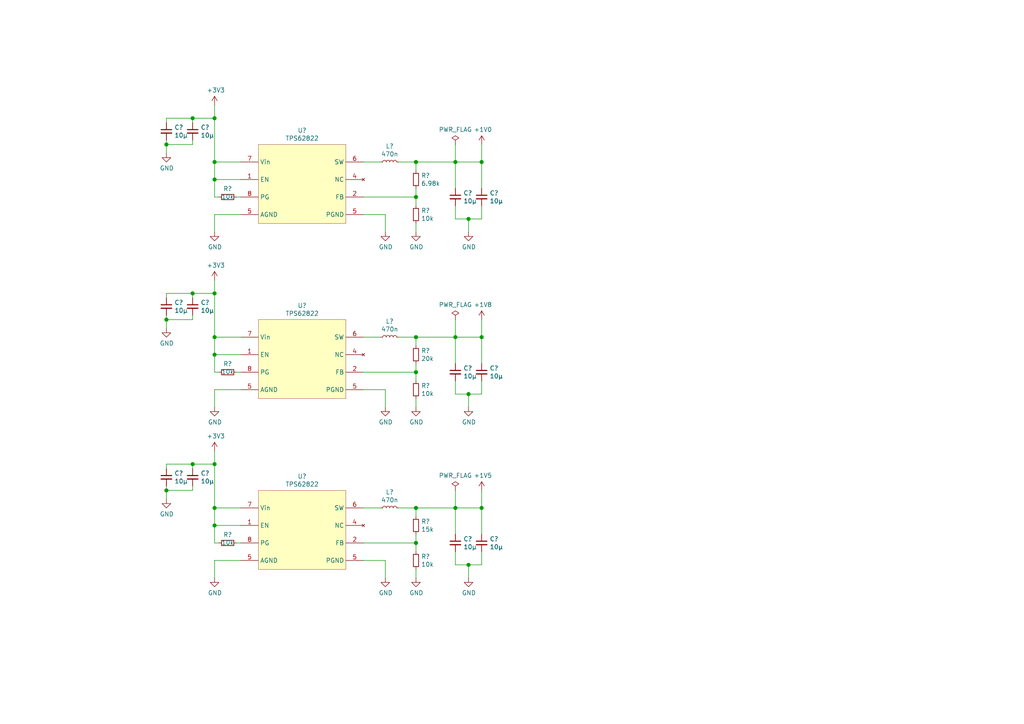
<source format=kicad_sch>
(kicad_sch (version 20210126) (generator eeschema)
  (paper "A4")
  (lib_symbols
    (symbol "Device:C_Small" (pin_numbers hide) (pin_names (offset 0.254) hide)
      (property "Reference" "C" (at 0.254 1.778 0))
      (property "Value" "C_Small" (at 0.254 -2.032 0))
      (symbol "C_Small_0_1"
        (polyline (pts (xy -1.524 -0.508) (xy 1.524 -0.508)) (stroke (width 0.3302)))
        (polyline (pts (xy -1.524 0.508) (xy 1.524 0.508)) (stroke (width 0.3048)))
      )
      (symbol "C_Small_1_1"
        (pin passive line (at 0 2.54 270) (length 2.032) (name "~") (number "1"))
        (pin passive line (at 0 -2.54 90) (length 2.032) (name "~") (number "2"))
      )
    )
    (symbol "Device:L_Small" (pin_numbers hide) (pin_names (offset 0.254) hide)
      (property "Reference" "L" (at 0.762 1.016 0))
      (property "Value" "L_Small" (at 0.762 -1.016 0))
      (symbol "L_Small_0_1"
        (arc (start 0 -2.032) (end 0 -1.016) (radius (at 0 -1.524) (length 0.508) (angles -89.9 89.9)))
        (arc (start 0 -1.016) (end 0 0) (radius (at 0 -0.508) (length 0.508) (angles -89.9 89.9)))
        (arc (start 0 0) (end 0 1.016) (radius (at 0 0.508) (length 0.508) (angles -89.9 89.9)))
        (arc (start 0 1.016) (end 0 2.032) (radius (at 0 1.524) (length 0.508) (angles -89.9 89.9)))
      )
      (symbol "L_Small_1_1"
        (pin passive line (at 0 2.54 270) (length 0.508) (name "~") (number "1"))
        (pin passive line (at 0 -2.54 90) (length 0.508) (name "~") (number "2"))
      )
    )
    (symbol "Device:R_Small" (pin_numbers hide) (pin_names (offset 0.254) hide)
      (property "Reference" "R" (at 0.762 0.508 0))
      (property "Value" "R_Small" (at 0.762 -1.016 0))
      (symbol "R_Small_0_1"
        (rectangle (start -0.762 1.778) (end 0.762 -1.778) (stroke (width 0.2032)))
      )
      (symbol "R_Small_1_1"
        (pin passive line (at 0 2.54 270) (length 0.762) (name "~") (number "1"))
        (pin passive line (at 0 -2.54 90) (length 0.762) (name "~") (number "2"))
      )
    )
    (symbol "meowality:TPS62823"
      (property "Reference" "U" (at -12.7 -11.43 0))
      (property "Value" "TPS62823" (at 0 10.16 0))
      (symbol "TPS62823_0_1"
        (rectangle (start -12.7 12.7) (end 12.7 -10.16) (stroke (width 0.001)) (fill (type background)))
      )
      (symbol "TPS62823_1_1"
        (pin power_in line (at -17.78 7.62 0) (length 5.08) (name "Vin") (number "7"))
        (pin input line (at -17.78 2.54 0) (length 5.08) (name "EN") (number "1"))
        (pin open_collector line (at -17.78 -2.54 0) (length 5.08) (name "PG") (number "8"))
        (pin power_in line (at -17.78 -7.62 0) (length 5.08) (name "AGND") (number "5"))
        (pin output line (at 17.78 7.62 180) (length 5.08) (name "SW") (number "6"))
        (pin no_connect line (at 17.78 2.54 180) (length 5.08) (name "NC") (number "4"))
        (pin input line (at 17.78 -2.54 180) (length 5.08) (name "FB") (number "2"))
        (pin power_in line (at 17.78 -7.62 180) (length 5.08) (name "PGND") (number "5"))
      )
    )
    (symbol "power:+1V0" (power) (pin_names (offset 0))
      (property "Value" "+1V0" (at 0 3.556 0))
      (symbol "+1V0_0_1"
        (polyline (pts (xy -0.762 1.27) (xy 0 2.54)))
        (polyline (pts (xy 0 0) (xy 0 2.54)))
        (polyline (pts (xy 0 2.54) (xy 0.762 1.27)))
      )
      (symbol "+1V0_1_1"
        (pin power_in line (at 0 0 90) (length 0) hide (name "+1V0") (number "1"))
      )
    )
    (symbol "power:+1V5" (power) (pin_names (offset 0))
      (property "Value" "+1V5" (at 0 3.556 0))
      (symbol "+1V5_0_1"
        (polyline (pts (xy -0.762 1.27) (xy 0 2.54)))
        (polyline (pts (xy 0 0) (xy 0 2.54)))
        (polyline (pts (xy 0 2.54) (xy 0.762 1.27)))
      )
      (symbol "+1V5_1_1"
        (pin power_in line (at 0 0 90) (length 0) hide (name "+1V5") (number "1"))
      )
    )
    (symbol "power:+1V8" (power) (pin_names (offset 0))
      (property "Value" "+1V8" (at 0 3.556 0))
      (symbol "+1V8_0_1"
        (polyline (pts (xy -0.762 1.27) (xy 0 2.54)))
        (polyline (pts (xy 0 0) (xy 0 2.54)))
        (polyline (pts (xy 0 2.54) (xy 0.762 1.27)))
      )
      (symbol "+1V8_1_1"
        (pin power_in line (at 0 0 90) (length 0) hide (name "+1V8") (number "1"))
      )
    )
    (symbol "power:+3V3" (power) (pin_names (offset 0))
      (property "Value" "+3V3" (at 0 3.556 0))
      (symbol "+3V3_0_1"
        (polyline (pts (xy -0.762 1.27) (xy 0 2.54)))
        (polyline (pts (xy 0 0) (xy 0 2.54)))
        (polyline (pts (xy 0 2.54) (xy 0.762 1.27)))
      )
      (symbol "+3V3_1_1"
        (pin power_in line (at 0 0 90) (length 0) hide (name "+3V3") (number "1"))
      )
    )
    (symbol "power:GND" (power) (pin_names (offset 0))
      (property "Value" "GND" (at 0 -3.81 0))
      (symbol "GND_0_1"
        (polyline (pts (xy 0 0) (xy 0 -1.27) (xy 1.27 -1.27) (xy 0 -2.54) (xy -1.27 -1.27) (xy 0 -1.27)))
      )
      (symbol "GND_1_1"
        (pin power_in line (at 0 0 270) (length 0) hide (name "GND") (number "1"))
      )
    )
    (symbol "power:PWR_FLAG" (power) (pin_numbers hide) (pin_names (offset 0) hide)
      (property "Value" "PWR_FLAG" (at 0 3.81 0))
      (symbol "PWR_FLAG_0_0"
        (pin power_out line (at 0 0 90) (length 0) (name "pwr") (number "1"))
      )
      (symbol "PWR_FLAG_0_1"
        (polyline (pts (xy 0 0) (xy 0 1.27) (xy -1.016 1.905) (xy 0 2.54) (xy 1.016 1.905) (xy 0 1.27)))
      )
    )
  )
  (junction (at 48.26 41.91) (diameter 1.016))
  (junction (at 48.26 92.71) (diameter 1.016))
  (junction (at 48.26 142.24) (diameter 1.016))
  (junction (at 55.88 34.29) (diameter 1.016))
  (junction (at 55.88 85.09) (diameter 1.016))
  (junction (at 55.88 134.62) (diameter 1.016))
  (junction (at 62.23 34.29) (diameter 1.016))
  (junction (at 62.23 46.99) (diameter 1.016))
  (junction (at 62.23 52.07) (diameter 1.016))
  (junction (at 62.23 85.09) (diameter 1.016))
  (junction (at 62.23 97.79) (diameter 1.016))
  (junction (at 62.23 102.87) (diameter 1.016))
  (junction (at 62.23 134.62) (diameter 1.016))
  (junction (at 62.23 147.32) (diameter 1.016))
  (junction (at 62.23 152.4) (diameter 1.016))
  (junction (at 120.65 46.99) (diameter 1.016))
  (junction (at 120.65 57.15) (diameter 1.016))
  (junction (at 120.65 97.79) (diameter 1.016))
  (junction (at 120.65 107.95) (diameter 1.016))
  (junction (at 120.65 147.32) (diameter 1.016))
  (junction (at 120.65 157.48) (diameter 1.016))
  (junction (at 132.08 46.99) (diameter 1.016))
  (junction (at 132.08 97.79) (diameter 1.016))
  (junction (at 132.08 147.32) (diameter 1.016))
  (junction (at 135.89 63.5) (diameter 1.016))
  (junction (at 135.89 114.3) (diameter 1.016))
  (junction (at 135.89 163.83) (diameter 1.016))
  (junction (at 139.7 46.99) (diameter 1.016))
  (junction (at 139.7 97.79) (diameter 1.016))
  (junction (at 139.7 147.32) (diameter 1.016))
  (wire (pts (xy 48.26 34.29) (xy 48.26 35.56)))
  (wire (pts (xy 48.26 41.91) (xy 48.26 40.64)))
  (wire (pts (xy 48.26 41.91) (xy 48.26 44.45)))
  (wire (pts (xy 48.26 85.09) (xy 48.26 86.36)))
  (wire (pts (xy 48.26 92.71) (xy 48.26 91.44)))
  (wire (pts (xy 48.26 92.71) (xy 48.26 95.25)))
  (wire (pts (xy 48.26 134.62) (xy 48.26 135.89)))
  (wire (pts (xy 48.26 142.24) (xy 48.26 140.97)))
  (wire (pts (xy 48.26 142.24) (xy 48.26 144.78)))
  (wire (pts (xy 55.88 34.29) (xy 48.26 34.29)))
  (wire (pts (xy 55.88 34.29) (xy 55.88 35.56)))
  (wire (pts (xy 55.88 40.64) (xy 55.88 41.91)))
  (wire (pts (xy 55.88 41.91) (xy 48.26 41.91)))
  (wire (pts (xy 55.88 85.09) (xy 48.26 85.09)))
  (wire (pts (xy 55.88 85.09) (xy 55.88 86.36)))
  (wire (pts (xy 55.88 91.44) (xy 55.88 92.71)))
  (wire (pts (xy 55.88 92.71) (xy 48.26 92.71)))
  (wire (pts (xy 55.88 134.62) (xy 48.26 134.62)))
  (wire (pts (xy 55.88 134.62) (xy 55.88 135.89)))
  (wire (pts (xy 55.88 140.97) (xy 55.88 142.24)))
  (wire (pts (xy 55.88 142.24) (xy 48.26 142.24)))
  (wire (pts (xy 62.23 30.48) (xy 62.23 34.29)))
  (wire (pts (xy 62.23 34.29) (xy 55.88 34.29)))
  (wire (pts (xy 62.23 34.29) (xy 62.23 46.99)))
  (wire (pts (xy 62.23 46.99) (xy 62.23 52.07)))
  (wire (pts (xy 62.23 46.99) (xy 69.85 46.99)))
  (wire (pts (xy 62.23 57.15) (xy 62.23 52.07)))
  (wire (pts (xy 62.23 62.23) (xy 69.85 62.23)))
  (wire (pts (xy 62.23 67.31) (xy 62.23 62.23)))
  (wire (pts (xy 62.23 81.28) (xy 62.23 85.09)))
  (wire (pts (xy 62.23 85.09) (xy 55.88 85.09)))
  (wire (pts (xy 62.23 85.09) (xy 62.23 97.79)))
  (wire (pts (xy 62.23 97.79) (xy 62.23 102.87)))
  (wire (pts (xy 62.23 97.79) (xy 69.85 97.79)))
  (wire (pts (xy 62.23 107.95) (xy 62.23 102.87)))
  (wire (pts (xy 62.23 113.03) (xy 69.85 113.03)))
  (wire (pts (xy 62.23 118.11) (xy 62.23 113.03)))
  (wire (pts (xy 62.23 130.81) (xy 62.23 134.62)))
  (wire (pts (xy 62.23 134.62) (xy 55.88 134.62)))
  (wire (pts (xy 62.23 134.62) (xy 62.23 147.32)))
  (wire (pts (xy 62.23 147.32) (xy 62.23 152.4)))
  (wire (pts (xy 62.23 147.32) (xy 69.85 147.32)))
  (wire (pts (xy 62.23 157.48) (xy 62.23 152.4)))
  (wire (pts (xy 62.23 162.56) (xy 69.85 162.56)))
  (wire (pts (xy 62.23 167.64) (xy 62.23 162.56)))
  (wire (pts (xy 63.5 57.15) (xy 62.23 57.15)))
  (wire (pts (xy 63.5 107.95) (xy 62.23 107.95)))
  (wire (pts (xy 63.5 157.48) (xy 62.23 157.48)))
  (wire (pts (xy 68.58 57.15) (xy 69.85 57.15)))
  (wire (pts (xy 68.58 107.95) (xy 69.85 107.95)))
  (wire (pts (xy 68.58 157.48) (xy 69.85 157.48)))
  (wire (pts (xy 69.85 52.07) (xy 62.23 52.07)))
  (wire (pts (xy 69.85 102.87) (xy 62.23 102.87)))
  (wire (pts (xy 69.85 152.4) (xy 62.23 152.4)))
  (wire (pts (xy 105.41 46.99) (xy 110.49 46.99)))
  (wire (pts (xy 105.41 57.15) (xy 120.65 57.15)))
  (wire (pts (xy 105.41 62.23) (xy 111.76 62.23)))
  (wire (pts (xy 105.41 97.79) (xy 110.49 97.79)))
  (wire (pts (xy 105.41 107.95) (xy 120.65 107.95)))
  (wire (pts (xy 105.41 113.03) (xy 111.76 113.03)))
  (wire (pts (xy 105.41 147.32) (xy 110.49 147.32)))
  (wire (pts (xy 105.41 157.48) (xy 120.65 157.48)))
  (wire (pts (xy 105.41 162.56) (xy 111.76 162.56)))
  (wire (pts (xy 111.76 62.23) (xy 111.76 67.31)))
  (wire (pts (xy 111.76 113.03) (xy 111.76 118.11)))
  (wire (pts (xy 111.76 162.56) (xy 111.76 167.64)))
  (wire (pts (xy 120.65 46.99) (xy 115.57 46.99)))
  (wire (pts (xy 120.65 46.99) (xy 132.08 46.99)))
  (wire (pts (xy 120.65 49.53) (xy 120.65 46.99)))
  (wire (pts (xy 120.65 54.61) (xy 120.65 57.15)))
  (wire (pts (xy 120.65 57.15) (xy 120.65 59.69)))
  (wire (pts (xy 120.65 64.77) (xy 120.65 67.31)))
  (wire (pts (xy 120.65 97.79) (xy 115.57 97.79)))
  (wire (pts (xy 120.65 97.79) (xy 132.08 97.79)))
  (wire (pts (xy 120.65 100.33) (xy 120.65 97.79)))
  (wire (pts (xy 120.65 105.41) (xy 120.65 107.95)))
  (wire (pts (xy 120.65 107.95) (xy 120.65 110.49)))
  (wire (pts (xy 120.65 115.57) (xy 120.65 118.11)))
  (wire (pts (xy 120.65 147.32) (xy 115.57 147.32)))
  (wire (pts (xy 120.65 147.32) (xy 132.08 147.32)))
  (wire (pts (xy 120.65 149.86) (xy 120.65 147.32)))
  (wire (pts (xy 120.65 154.94) (xy 120.65 157.48)))
  (wire (pts (xy 120.65 157.48) (xy 120.65 160.02)))
  (wire (pts (xy 120.65 165.1) (xy 120.65 167.64)))
  (wire (pts (xy 132.08 41.91) (xy 132.08 46.99)))
  (wire (pts (xy 132.08 46.99) (xy 132.08 54.61)))
  (wire (pts (xy 132.08 46.99) (xy 139.7 46.99)))
  (wire (pts (xy 132.08 63.5) (xy 132.08 59.69)))
  (wire (pts (xy 132.08 92.71) (xy 132.08 97.79)))
  (wire (pts (xy 132.08 97.79) (xy 132.08 105.41)))
  (wire (pts (xy 132.08 97.79) (xy 139.7 97.79)))
  (wire (pts (xy 132.08 114.3) (xy 132.08 110.49)))
  (wire (pts (xy 132.08 142.24) (xy 132.08 147.32)))
  (wire (pts (xy 132.08 147.32) (xy 132.08 154.94)))
  (wire (pts (xy 132.08 147.32) (xy 139.7 147.32)))
  (wire (pts (xy 132.08 163.83) (xy 132.08 160.02)))
  (wire (pts (xy 135.89 63.5) (xy 132.08 63.5)))
  (wire (pts (xy 135.89 63.5) (xy 139.7 63.5)))
  (wire (pts (xy 135.89 67.31) (xy 135.89 63.5)))
  (wire (pts (xy 135.89 114.3) (xy 132.08 114.3)))
  (wire (pts (xy 135.89 114.3) (xy 139.7 114.3)))
  (wire (pts (xy 135.89 118.11) (xy 135.89 114.3)))
  (wire (pts (xy 135.89 163.83) (xy 132.08 163.83)))
  (wire (pts (xy 135.89 163.83) (xy 139.7 163.83)))
  (wire (pts (xy 135.89 167.64) (xy 135.89 163.83)))
  (wire (pts (xy 139.7 41.91) (xy 139.7 46.99)))
  (wire (pts (xy 139.7 46.99) (xy 139.7 54.61)))
  (wire (pts (xy 139.7 63.5) (xy 139.7 59.69)))
  (wire (pts (xy 139.7 92.71) (xy 139.7 97.79)))
  (wire (pts (xy 139.7 97.79) (xy 139.7 105.41)))
  (wire (pts (xy 139.7 114.3) (xy 139.7 110.49)))
  (wire (pts (xy 139.7 142.24) (xy 139.7 147.32)))
  (wire (pts (xy 139.7 147.32) (xy 139.7 154.94)))
  (wire (pts (xy 139.7 163.83) (xy 139.7 160.02)))
  (symbol (lib_id "Device:L_Small") (at 113.03 46.99 90) (unit 1)
    (property "Reference" "L?" (at 113.03 42.3988 90))
    (property "Value" "470n" (at 113.03 44.697 90))
  )
  (symbol (lib_id "Device:L_Small") (at 113.03 97.79 90) (unit 1)
    (property "Reference" "L?" (at 113.03 93.1988 90))
    (property "Value" "470n" (at 113.03 95.497 90))
  )
  (symbol (lib_id "Device:L_Small") (at 113.03 147.32 90) (unit 1)
    (property "Reference" "L?" (at 113.03 142.7288 90))
    (property "Value" "470n" (at 113.03 145.027 90))
  )
  (symbol (lib_id "power:PWR_FLAG") (at 132.08 41.91 0) (unit 1)
    (property "Reference" "#FLG?" (effects hide))
    (property "Value" "PWR_FLAG" (at 132.08 37.5856 0))
  )
  (symbol (lib_id "power:PWR_FLAG") (at 132.08 92.71 0) (unit 1)
    (property "Reference" "#FLG?" (effects hide))
    (property "Value" "PWR_FLAG" (at 132.08 88.3856 0))
  )
  (symbol (lib_id "power:PWR_FLAG") (at 132.08 142.24 0) (unit 1)
    (property "Reference" "#FLG?" (effects hide))
    (property "Value" "PWR_FLAG" (at 132.08 137.9156 0))
  )
  (symbol (lib_id "power:+3V3") (at 62.23 30.48 0) (unit 1)
    (property "Reference" "#PWR?" (effects hide))
    (property "Value" "+3V3" (at 62.5983 26.1556 0))
  )
  (symbol (lib_id "power:+3V3") (at 62.23 81.28 0) (unit 1)
    (property "Reference" "#PWR?" (effects hide))
    (property "Value" "+3V3" (at 62.5983 76.9556 0))
  )
  (symbol (lib_id "power:+3V3") (at 62.23 130.81 0) (unit 1)
    (property "Reference" "#PWR?" (effects hide))
    (property "Value" "+3V3" (at 62.5983 126.4856 0))
  )
  (symbol (lib_id "power:+1V0") (at 139.7 41.91 0) (unit 1)
    (property "Reference" "#PWR?" (effects hide))
    (property "Value" "+1V0" (at 140.0683 37.5856 0))
  )
  (symbol (lib_id "power:+1V8") (at 139.7 92.71 0) (unit 1)
    (property "Reference" "#PWR?" (effects hide))
    (property "Value" "+1V8" (at 140.0683 88.3856 0))
  )
  (symbol (lib_id "power:+1V5") (at 139.7 142.24 0) (unit 1)
    (property "Reference" "#PWR?" (effects hide))
    (property "Value" "+1V5" (at 140.0683 137.9156 0))
  )
  (symbol (lib_id "power:GND") (at 48.26 44.45 0) (unit 1)
    (property "Reference" "#PWR?" (effects hide))
    (property "Value" "GND" (at 48.3743 48.7744 0))
  )
  (symbol (lib_id "power:GND") (at 48.26 95.25 0) (unit 1)
    (property "Reference" "#PWR?" (effects hide))
    (property "Value" "GND" (at 48.3743 99.5744 0))
  )
  (symbol (lib_id "power:GND") (at 48.26 144.78 0) (unit 1)
    (property "Reference" "#PWR?" (effects hide))
    (property "Value" "GND" (at 48.3743 149.1044 0))
  )
  (symbol (lib_id "power:GND") (at 62.23 67.31 0) (unit 1)
    (property "Reference" "#PWR?" (effects hide))
    (property "Value" "GND" (at 62.3443 71.6344 0))
  )
  (symbol (lib_id "power:GND") (at 62.23 118.11 0) (unit 1)
    (property "Reference" "#PWR?" (effects hide))
    (property "Value" "GND" (at 62.3443 122.4344 0))
  )
  (symbol (lib_id "power:GND") (at 62.23 167.64 0) (unit 1)
    (property "Reference" "#PWR?" (effects hide))
    (property "Value" "GND" (at 62.3443 171.9644 0))
  )
  (symbol (lib_id "power:GND") (at 111.76 67.31 0) (unit 1)
    (property "Reference" "#PWR?" (effects hide))
    (property "Value" "GND" (at 111.8743 71.6344 0))
  )
  (symbol (lib_id "power:GND") (at 111.76 118.11 0) (unit 1)
    (property "Reference" "#PWR?" (effects hide))
    (property "Value" "GND" (at 111.8743 122.4344 0))
  )
  (symbol (lib_id "power:GND") (at 111.76 167.64 0) (unit 1)
    (property "Reference" "#PWR?" (effects hide))
    (property "Value" "GND" (at 111.8743 171.9644 0))
  )
  (symbol (lib_id "power:GND") (at 120.65 67.31 0) (unit 1)
    (property "Reference" "#PWR?" (effects hide))
    (property "Value" "GND" (at 120.7643 71.6344 0))
  )
  (symbol (lib_id "power:GND") (at 120.65 118.11 0) (unit 1)
    (property "Reference" "#PWR?" (effects hide))
    (property "Value" "GND" (at 120.7643 122.4344 0))
  )
  (symbol (lib_id "power:GND") (at 120.65 167.64 0) (unit 1)
    (property "Reference" "#PWR?" (effects hide))
    (property "Value" "GND" (at 120.7643 171.9644 0))
  )
  (symbol (lib_id "power:GND") (at 135.89 67.31 0) (unit 1)
    (property "Reference" "#PWR?" (effects hide))
    (property "Value" "GND" (at 136.0043 71.6344 0))
  )
  (symbol (lib_id "power:GND") (at 135.89 118.11 0) (unit 1)
    (property "Reference" "#PWR?" (effects hide))
    (property "Value" "GND" (at 136.0043 122.4344 0))
  )
  (symbol (lib_id "power:GND") (at 135.89 167.64 0) (unit 1)
    (property "Reference" "#PWR?" (effects hide))
    (property "Value" "GND" (at 136.0043 171.9644 0))
  )
  (symbol (lib_id "Device:R_Small") (at 66.04 57.15 90) (unit 1)
    (property "Reference" "R?" (at 66.04 54.7432 90))
    (property "Value" "10k" (at 66.04 57.042 90))
  )
  (symbol (lib_id "Device:R_Small") (at 66.04 107.95 90) (unit 1)
    (property "Reference" "R?" (at 66.04 105.5432 90))
    (property "Value" "10k" (at 66.04 107.842 90))
  )
  (symbol (lib_id "Device:R_Small") (at 66.04 157.48 90) (unit 1)
    (property "Reference" "R?" (at 66.04 155.0732 90))
    (property "Value" "10k" (at 66.04 157.372 90))
  )
  (symbol (lib_id "Device:R_Small") (at 120.65 52.07 0) (unit 1)
    (property "Reference" "R?" (at 122.1487 50.9206 0) (effects (justify left)))
    (property "Value" "6.98k" (at 122.149 53.219 0) (effects (justify left)))
  )
  (symbol (lib_id "Device:R_Small") (at 120.65 62.23 0) (unit 1)
    (property "Reference" "R?" (at 122.1487 61.0806 0) (effects (justify left)))
    (property "Value" "10k" (at 122.149 63.379 0) (effects (justify left)))
  )
  (symbol (lib_id "Device:R_Small") (at 120.65 102.87 0) (unit 1)
    (property "Reference" "R?" (at 122.1487 101.7206 0) (effects (justify left)))
    (property "Value" "20k" (at 122.149 104.019 0) (effects (justify left)))
  )
  (symbol (lib_id "Device:R_Small") (at 120.65 113.03 0) (unit 1)
    (property "Reference" "R?" (at 122.1487 111.8806 0) (effects (justify left)))
    (property "Value" "10k" (at 122.149 114.179 0) (effects (justify left)))
  )
  (symbol (lib_id "Device:R_Small") (at 120.65 152.4 0) (unit 1)
    (property "Reference" "R?" (at 122.1487 151.2506 0) (effects (justify left)))
    (property "Value" "15k" (at 122.149 153.549 0) (effects (justify left)))
  )
  (symbol (lib_id "Device:R_Small") (at 120.65 162.56 0) (unit 1)
    (property "Reference" "R?" (at 122.1487 161.4106 0) (effects (justify left)))
    (property "Value" "10k" (at 122.149 163.709 0) (effects (justify left)))
  )
  (symbol (lib_id "Device:C_Small") (at 48.26 38.1 0) (unit 1)
    (property "Reference" "C?" (at 50.5842 36.9506 0) (effects (justify left)))
    (property "Value" "10µ" (at 50.584 39.249 0) (effects (justify left)))
  )
  (symbol (lib_id "Device:C_Small") (at 48.26 88.9 0) (unit 1)
    (property "Reference" "C?" (at 50.5842 87.7506 0) (effects (justify left)))
    (property "Value" "10µ" (at 50.584 90.049 0) (effects (justify left)))
  )
  (symbol (lib_id "Device:C_Small") (at 48.26 138.43 0) (unit 1)
    (property "Reference" "C?" (at 50.5842 137.2806 0) (effects (justify left)))
    (property "Value" "10µ" (at 50.584 139.579 0) (effects (justify left)))
  )
  (symbol (lib_id "Device:C_Small") (at 55.88 38.1 0) (unit 1)
    (property "Reference" "C?" (at 58.2042 36.9506 0) (effects (justify left)))
    (property "Value" "10µ" (at 58.204 39.249 0) (effects (justify left)))
  )
  (symbol (lib_id "Device:C_Small") (at 55.88 88.9 0) (unit 1)
    (property "Reference" "C?" (at 58.2042 87.7506 0) (effects (justify left)))
    (property "Value" "10µ" (at 58.204 90.049 0) (effects (justify left)))
  )
  (symbol (lib_id "Device:C_Small") (at 55.88 138.43 0) (unit 1)
    (property "Reference" "C?" (at 58.2042 137.2806 0) (effects (justify left)))
    (property "Value" "10µ" (at 58.204 139.579 0) (effects (justify left)))
  )
  (symbol (lib_id "Device:C_Small") (at 132.08 57.15 0) (unit 1)
    (property "Reference" "C?" (at 134.4042 56.0006 0) (effects (justify left)))
    (property "Value" "10µ" (at 134.404 58.299 0) (effects (justify left)))
  )
  (symbol (lib_id "Device:C_Small") (at 132.08 107.95 0) (unit 1)
    (property "Reference" "C?" (at 134.4042 106.8006 0) (effects (justify left)))
    (property "Value" "10µ" (at 134.404 109.099 0) (effects (justify left)))
  )
  (symbol (lib_id "Device:C_Small") (at 132.08 157.48 0) (unit 1)
    (property "Reference" "C?" (at 134.4042 156.3306 0) (effects (justify left)))
    (property "Value" "10µ" (at 134.404 158.629 0) (effects (justify left)))
  )
  (symbol (lib_id "Device:C_Small") (at 139.7 57.15 0) (unit 1)
    (property "Reference" "C?" (at 142.0242 56.0006 0) (effects (justify left)))
    (property "Value" "10µ" (at 142.024 58.299 0) (effects (justify left)))
  )
  (symbol (lib_id "Device:C_Small") (at 139.7 107.95 0) (unit 1)
    (property "Reference" "C?" (at 142.0242 106.8006 0) (effects (justify left)))
    (property "Value" "10µ" (at 142.024 109.099 0) (effects (justify left)))
  )
  (symbol (lib_id "Device:C_Small") (at 139.7 157.48 0) (unit 1)
    (property "Reference" "C?" (at 142.0242 156.3306 0) (effects (justify left)))
    (property "Value" "10µ" (at 142.024 158.629 0) (effects (justify left)))
  )
  (symbol (lib_id "meowality:TPS62823") (at 87.63 54.61 0) (unit 1)
    (property "Reference" "U?" (at 87.63 37.8263 0))
    (property "Value" "TPS62822" (at 87.63 40.125 0))
  )
  (symbol (lib_id "meowality:TPS62823") (at 87.63 105.41 0) (unit 1)
    (property "Reference" "U?" (at 87.63 88.6263 0))
    (property "Value" "TPS62822" (at 87.63 90.925 0))
  )
  (symbol (lib_id "meowality:TPS62823") (at 87.63 154.94 0) (unit 1)
    (property "Reference" "U?" (at 87.63 138.1563 0))
    (property "Value" "TPS62822" (at 87.63 140.455 0))
  )
)
</source>
